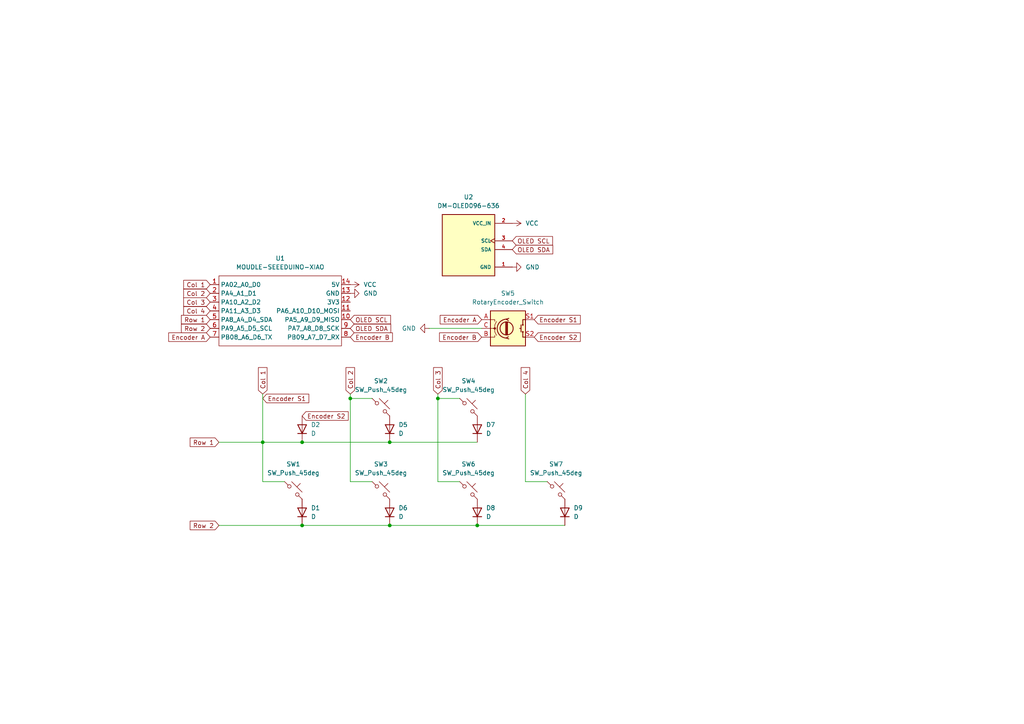
<source format=kicad_sch>
(kicad_sch (version 20231120) (generator "eeschema") (generator_version "8.0")
  (paper "A4")
  (lib_symbols
    (symbol "Device:D" (pin_numbers hide) (pin_names (offset 1.016) hide)
      (property "Reference" "D" (at 0 2.54 0))
      (property "Value" "D" (at 0 -2.54 0))
      (symbol "D_0_1"
        (polyline (pts (xy -1.27 1.27) (xy -1.27 -1.27)) (stroke (width 0.254)))
        (polyline (pts (xy 1.27 0) (xy -1.27 0)))
        (polyline (pts (xy 1.27 1.27) (xy 1.27 -1.27) (xy -1.27 0) (xy 1.27 1.27)) (stroke (width 0.254)))
      )
      (symbol "D_1_1"
        (pin passive line (at -3.81 0 0) (length 2.54) (name "K") (number "1"))
        (pin passive line (at 3.81 0 180) (length 2.54) (name "A") (number "2"))
      )
    )
    (symbol "Device:RotaryEncoder_Switch" (pin_names (offset 0.254) hide)
      (property "Reference" "SW" (at 0 6.604 0))
      (property "Value" "RotaryEncoder_Switch" (at 0 -6.604 0))
      (symbol "RotaryEncoder_Switch_0_1"
        (rectangle (start -5.08 5.08) (end 5.08 -5.08) (stroke (width 0.254)) (fill (type background)))
        (circle (center -3.81 0) (radius 0.254) (fill (type outline)))
        (circle (center -0.381 0) (radius 1.905) (stroke (width 0.254)))
        (arc (start -0.381 2.667) (mid -3.0988 -0.0635) (end -0.381 -2.794) (stroke (width 0.254)))
        (polyline (pts (xy -0.635 -1.778) (xy -0.635 1.778)) (stroke (width 0.254)))
        (polyline (pts (xy -0.381 -1.778) (xy -0.381 1.778)) (stroke (width 0.254)))
        (polyline (pts (xy -0.127 1.778) (xy -0.127 -1.778)) (stroke (width 0.254)))
        (polyline (pts (xy 3.81 0) (xy 3.429 0)) (stroke (width 0.254)))
        (polyline (pts (xy 3.81 1.016) (xy 3.81 -1.016)) (stroke (width 0.254)))
        (polyline (pts (xy -5.08 -2.54) (xy -3.81 -2.54) (xy -3.81 -2.032)))
        (polyline (pts (xy -5.08 2.54) (xy -3.81 2.54) (xy -3.81 2.032)))
        (polyline (pts (xy 0.254 -3.048) (xy -0.508 -2.794) (xy 0.127 -2.413)) (stroke (width 0.254)))
        (polyline (pts (xy 0.254 2.921) (xy -0.508 2.667) (xy 0.127 2.286)) (stroke (width 0.254)))
        (polyline (pts (xy 5.08 -2.54) (xy 4.318 -2.54) (xy 4.318 -1.016)) (stroke (width 0.254)))
        (polyline (pts (xy 5.08 2.54) (xy 4.318 2.54) (xy 4.318 1.016)) (stroke (width 0.254)))
        (polyline (pts (xy -5.08 0) (xy -3.81 0) (xy -3.81 -1.016) (xy -3.302 -2.032)))
        (polyline (pts (xy -4.318 0) (xy -3.81 0) (xy -3.81 1.016) (xy -3.302 2.032)))
        (circle (center 4.318 -1.016) (radius 0.127) (stroke (width 0.254)))
        (circle (center 4.318 1.016) (radius 0.127) (stroke (width 0.254)))
      )
      (symbol "RotaryEncoder_Switch_1_1"
        (pin passive line (at -7.62 2.54 0) (length 2.54) (name "A") (number "A"))
        (pin passive line (at -7.62 -2.54 0) (length 2.54) (name "B") (number "B"))
        (pin passive line (at -7.62 0 0) (length 2.54) (name "C") (number "C"))
        (pin passive line (at 7.62 2.54 180) (length 2.54) (name "S1") (number "S1"))
        (pin passive line (at 7.62 -2.54 180) (length 2.54) (name "S2") (number "S2"))
      )
    )
    (symbol "OLED-096:DM-OLED096-636" (pin_names (offset 1.016))
      (property "Reference" "U" (at -7.62 10.922 0))
      (property "Value" "DM-OLED096-636" (at -7.62 -10.16 0))
      (symbol "DM-OLED096-636_0_0"
        (rectangle (start -7.62 -7.62) (end 7.62 10.16) (stroke (width 0.254)) (fill (type background)))
        (pin power_in line (at 12.7 -5.08 180) (length 5.08) (name "GND") (number "1"))
        (pin power_in line (at 12.7 7.62 180) (length 5.08) (name "VCC_IN") (number "2"))
        (pin input clock (at 12.7 2.54 180) (length 5.08) (name "SCL") (number "3"))
        (pin bidirectional line (at 12.7 0 180) (length 5.08) (name "SDA") (number "4"))
      )
    )
    (symbol "Switch:SW_Push_45deg" (pin_numbers hide) (pin_names (offset 1.016) hide)
      (property "Reference" "SW" (at 3.048 1.016 0))
      (property "Value" "SW_Push_45deg" (at 0 -3.81 0))
      (symbol "SW_Push_45deg_0_1"
        (circle (center -1.1684 1.1684) (radius 0.508))
        (polyline (pts (xy -0.508 2.54) (xy 2.54 -0.508)))
        (polyline (pts (xy 1.016 1.016) (xy 2.032 2.032)))
        (polyline (pts (xy -2.54 2.54) (xy -1.524 1.524) (xy -1.524 1.524)))
        (polyline (pts (xy 1.524 -1.524) (xy 2.54 -2.54) (xy 2.54 -2.54) (xy 2.54 -2.54)))
        (circle (center 1.143 -1.1938) (radius 0.508))
        (pin passive line (at -2.54 2.54 0) (length 0) (name "1") (number "1"))
        (pin passive line (at 2.54 -2.54 180) (length 0) (name "2") (number "2"))
      )
    )
    (symbol "XIAO:MOUDLE-SEEEDUINO-XIAO"
      (property "Reference" "U" (at -16.51 11.43 0))
      (property "Value" "MOUDLE-SEEEDUINO-XIAO" (at -3.81 -11.43 0))
      (symbol "MOUDLE-SEEEDUINO-XIAO_0_1"
        (rectangle (start -16.51 10.16) (end 19.05 -10.16))
      )
      (symbol "MOUDLE-SEEEDUINO-XIAO_1_1"
        (pin passive line (at -19.05 7.62 0) (length 2.54) (name "PA02_A0_D0") (number "1"))
        (pin passive line (at 21.59 -2.54 180) (length 2.54) (name "PA5_A9_D9_MISO") (number "10"))
        (pin passive line (at 21.59 0 180) (length 2.54) (name "PA6_A10_D10_MOSI") (number "11"))
        (pin passive line (at 21.59 2.54 180) (length 2.54) (name "3V3") (number "12"))
        (pin passive line (at 21.59 5.08 180) (length 2.54) (name "GND") (number "13"))
        (pin passive line (at 21.59 7.62 180) (length 2.54) (name "5V") (number "14"))
        (pin passive line (at -19.05 5.08 0) (length 2.54) (name "PA4_A1_D1") (number "2"))
        (pin passive line (at -19.05 2.54 0) (length 2.54) (name "PA10_A2_D2") (number "3"))
        (pin passive line (at -19.05 0 0) (length 2.54) (name "PA11_A3_D3") (number "4"))
        (pin passive line (at -19.05 -2.54 0) (length 2.54) (name "PA8_A4_D4_SDA") (number "5"))
        (pin passive line (at -19.05 -5.08 0) (length 2.54) (name "PA9_A5_D5_SCL") (number "6"))
        (pin passive line (at -19.05 -7.62 0) (length 2.54) (name "PB08_A6_D6_TX") (number "7"))
        (pin passive line (at 21.59 -7.62 180) (length 2.54) (name "PB09_A7_D7_RX") (number "8"))
        (pin passive line (at 21.59 -5.08 180) (length 2.54) (name "PA7_A8_D8_SCK") (number "9"))
      )
    )
    (symbol "power:GND" (power) (pin_numbers hide) (pin_names (offset 0) hide)
      (property "Value" "GND" (at 0 -3.81 0))
      (symbol "GND_0_1"
        (polyline (pts (xy 0 0) (xy 0 -1.27) (xy 1.27 -1.27) (xy 0 -2.54) (xy -1.27 -1.27) (xy 0 -1.27)))
      )
      (symbol "GND_1_1"
        (pin power_in line (at 0 0 270) (length 0) (name "~") (number "1"))
      )
    )
    (symbol "power:VCC" (power) (pin_numbers hide) (pin_names (offset 0) hide)
      (property "Value" "VCC" (at 0 3.556 0))
      (symbol "VCC_0_1"
        (polyline (pts (xy -0.762 1.27) (xy 0 2.54)))
        (polyline (pts (xy 0 0) (xy 0 2.54)))
        (polyline (pts (xy 0 2.54) (xy 0.762 1.27)))
      )
      (symbol "VCC_1_1"
        (pin power_in line (at 0 0 90) (length 0) (name "~") (number "1"))
      )
    )
  )
  (junction (at 87.63 152.4))
  (junction (at 127 115.57))
  (junction (at 101.6 115.57))
  (junction (at 76.2 128.27))
  (junction (at 113.03 152.4))
  (junction (at 138.43 152.4))
  (junction (at 113.03 128.27))
  (junction (at 87.63 128.27))
  (wire (pts (xy 127 139.7) (xy 133.35 139.7)))
  (wire (pts (xy 124.46 95.25) (xy 139.7 95.25)))
  (wire (pts (xy 101.6 115.57) (xy 107.95 115.57)))
  (wire (pts (xy 87.63 152.4) (xy 113.03 152.4)))
  (wire (pts (xy 87.63 128.27) (xy 113.03 128.27)))
  (wire (pts (xy 152.4 139.7) (xy 158.75 139.7)))
  (wire (pts (xy 127 115.57) (xy 133.35 115.57)))
  (wire (pts (xy 76.2 128.27) (xy 76.2 139.7)))
  (wire (pts (xy 152.4 114.3) (xy 152.4 139.7)))
  (wire (pts (xy 138.43 152.4) (xy 163.83 152.4)))
  (wire (pts (xy 76.2 114.3) (xy 76.2 128.27)))
  (wire (pts (xy 127 115.57) (xy 127 139.7)))
  (wire (pts (xy 101.6 139.7) (xy 107.95 139.7)))
  (wire (pts (xy 113.03 128.27) (xy 138.43 128.27)))
  (wire (pts (xy 127 114.3) (xy 127 115.57)))
  (wire (pts (xy 113.03 152.4) (xy 138.43 152.4)))
  (wire (pts (xy 63.5 152.4) (xy 87.63 152.4)))
  (wire (pts (xy 63.5 128.27) (xy 76.2 128.27)))
  (wire (pts (xy 101.6 115.57) (xy 101.6 139.7)))
  (wire (pts (xy 101.6 114.3) (xy 101.6 115.57)))
  (wire (pts (xy 76.2 128.27) (xy 87.63 128.27)))
  (wire (pts (xy 76.2 139.7) (xy 82.55 139.7)))
  (global_label "OLED SDA" (shape input) (at 148.59 72.39 0) (property "Intersheetrefs" "${INTERSHEET_REFS}" (effects (hide yes))))
  (global_label "OLED SCL" (shape input) (at 101.6 92.71 0) (property "Intersheetrefs" "${INTERSHEET_REFS}" (effects (hide yes))))
  (global_label "Col 4" (shape input) (at 60.96 90.17 180) (property "Intersheetrefs" "${INTERSHEET_REFS}" (effects (hide yes))))
  (global_label "Col 3" (shape input) (at 127 114.3 90) (property "Intersheetrefs" "${INTERSHEET_REFS}" (effects (hide yes))))
  (global_label "OLED SDA" (shape input) (at 101.6 95.25 0) (property "Intersheetrefs" "${INTERSHEET_REFS}" (effects (hide yes))))
  (global_label "Encoder A" (shape input) (at 60.96 97.79 180) (property "Intersheetrefs" "${INTERSHEET_REFS}" (effects (hide yes))))
  (global_label "Col 2" (shape input) (at 101.6 114.3 90) (property "Intersheetrefs" "${INTERSHEET_REFS}" (effects (hide yes))))
  (global_label "Row 2" (shape input) (at 63.5 152.4 180) (property "Intersheetrefs" "${INTERSHEET_REFS}" (effects (hide yes))))
  (global_label "Encoder S2" (shape input) (at 87.63 120.65 0) (property "Intersheetrefs" "${INTERSHEET_REFS}" (effects (hide yes))))
  (global_label "Col 4" (shape input) (at 152.4 114.3 90) (property "Intersheetrefs" "${INTERSHEET_REFS}" (effects (hide yes))))
  (global_label "Encoder B" (shape input) (at 139.7 97.79 180) (property "Intersheetrefs" "${INTERSHEET_REFS}" (effects (hide yes))))
  (global_label "Col 3" (shape input) (at 60.96 87.63 180) (property "Intersheetrefs" "${INTERSHEET_REFS}" (effects (hide yes))))
  (global_label "OLED SCL" (shape input) (at 148.59 69.85 0) (property "Intersheetrefs" "${INTERSHEET_REFS}" (effects (hide yes))))
  (global_label "Row 2" (shape input) (at 60.96 95.25 180) (property "Intersheetrefs" "${INTERSHEET_REFS}" (effects (hide yes))))
  (global_label "Encoder B" (shape input) (at 101.6 97.79 0) (property "Intersheetrefs" "${INTERSHEET_REFS}" (effects (hide yes))))
  (global_label "Col 1" (shape input) (at 76.2 114.3 90) (property "Intersheetrefs" "${INTERSHEET_REFS}" (effects (hide yes))))
  (global_label "Encoder S1" (shape input) (at 154.94 92.71 0) (property "Intersheetrefs" "${INTERSHEET_REFS}" (effects (hide yes))))
  (global_label "Col 1" (shape input) (at 60.96 82.55 180) (property "Intersheetrefs" "${INTERSHEET_REFS}" (effects (hide yes))))
  (global_label "Row 1" (shape input) (at 63.5 128.27 180) (property "Intersheetrefs" "${INTERSHEET_REFS}" (effects (hide yes))))
  (global_label "Col 2" (shape input) (at 60.96 85.09 180) (property "Intersheetrefs" "${INTERSHEET_REFS}" (effects (hide yes))))
  (global_label "Encoder S2" (shape input) (at 154.94 97.79 0) (property "Intersheetrefs" "${INTERSHEET_REFS}" (effects (hide yes))))
  (global_label "Row 1" (shape input) (at 60.96 92.71 180) (property "Intersheetrefs" "${INTERSHEET_REFS}" (effects (hide yes))))
  (global_label "Encoder S1" (shape input) (at 76.2 115.57 0) (property "Intersheetrefs" "${INTERSHEET_REFS}" (effects (hide yes))))
  (global_label "Encoder A" (shape input) (at 139.7 92.71 180) (property "Intersheetrefs" "${INTERSHEET_REFS}" (effects (hide yes))))
  (symbol (lib_id "Device:D") (at 138.43 148.59 90) (unit 1)
    (property "Reference" "D8" (at 140.97 147.3199 90) (effects (justify right)))
    (property "Value" "D" (at 140.97 149.8599 90) (effects (justify right)))
    (property "Footprint" "UNNjbvGYPdAWwVqkcbAy:Diode_DO-35" (effects (hide yes)))
    (property "Description" "Diode" (effects (hide yes)))
    (property "Sim.Device" "D" (effects (hide yes)))
    (property "Sim.Pins" "1=K 2=A" (effects (hide yes)))
  )
  (symbol (lib_id "Switch:SW_Push_45deg") (at 135.89 118.11 0) (unit 1)
    (property "Reference" "SW4" (at 135.89 110.49 0))
    (property "Value" "SW_Push_45deg" (at 135.89 113.03 0))
    (property "Footprint" "UNNjbvGYPdAWwVqkcbAy:1U-Switch" (effects (hide yes)))
    (property "Description" "Push button switch, normally open, two pins, 45° tilted" (effects (hide yes)))
  )
  (symbol (lib_id "Device:RotaryEncoder_Switch") (at 147.32 95.25 0) (unit 1)
    (property "Reference" "SW5" (at 147.32 85.09 0))
    (property "Value" "RotaryEncoder_Switch" (at 147.32 87.63 0))
    (property "Footprint" "Rotary_Encoder:RotaryEncoder_Alps_EC11E-Switch_Vertical_H20mm" (effects (hide yes)))
    (property "Description" "Rotary encoder, dual channel, incremental quadrate outputs, with switch" (effects (hide yes)))
  )
  (symbol (lib_id "XIAO:MOUDLE-SEEEDUINO-XIAO") (at 80.01 90.17 0) (unit 1)
    (property "Reference" "U1" (at 81.28 74.93 0))
    (property "Value" "MOUDLE-SEEEDUINO-XIAO" (at 81.28 77.47 0))
    (property "Footprint" "UNNjbvGYPdAWwVqkcbAy:XIAO" (effects (hide yes)))
  )
  (symbol (lib_id "Device:D") (at 113.03 148.59 90) (unit 1)
    (property "Reference" "D6" (at 115.57 147.3199 90) (effects (justify right)))
    (property "Value" "D" (at 115.57 149.8599 90) (effects (justify right)))
    (property "Footprint" "UNNjbvGYPdAWwVqkcbAy:Diode_DO-35" (effects (hide yes)))
    (property "Description" "Diode" (effects (hide yes)))
    (property "Sim.Device" "D" (effects (hide yes)))
    (property "Sim.Pins" "1=K 2=A" (effects (hide yes)))
  )
  (symbol (lib_id "power:VCC") (at 148.59 64.77 270) (unit 1)
    (property "Reference" "#PWR02" (effects (hide yes)))
    (property "Value" "VCC" (at 152.4 64.7699 90) (effects (justify left)))
    (property "Description" "Power symbol creates a global label with name \"VCC\"" (effects (hide yes)))
  )
  (symbol (lib_id "power:GND") (at 148.59 77.47 90) (unit 1)
    (property "Reference" "#PWR01" (effects (hide yes)))
    (property "Value" "GND" (at 152.4 77.4699 90) (effects (justify right)))
    (property "Description" "Power symbol creates a global label with name \"GND\" , ground" (effects (hide yes)))
  )
  (symbol (lib_id "power:GND") (at 124.46 95.25 270) (unit 1)
    (property "Reference" "#PWR03" (effects (hide yes)))
    (property "Value" "GND" (at 120.65 95.2499 90) (effects (justify right)))
    (property "Description" "Power symbol creates a global label with name \"GND\" , ground" (effects (hide yes)))
  )
  (symbol (lib_id "power:GND") (at 101.6 85.09 90) (unit 1)
    (property "Reference" "#PWR05" (effects (hide yes)))
    (property "Value" "GND" (at 105.41 85.0899 90) (effects (justify right)))
    (property "Description" "Power symbol creates a global label with name \"GND\" , ground" (effects (hide yes)))
  )
  (symbol (lib_id "Device:D") (at 87.63 148.59 90) (unit 1)
    (property "Reference" "D1" (at 90.17 147.3199 90) (effects (justify right)))
    (property "Value" "D" (at 90.17 149.8599 90) (effects (justify right)))
    (property "Footprint" "UNNjbvGYPdAWwVqkcbAy:Diode_DO-35" (effects (hide yes)))
    (property "Description" "Diode" (effects (hide yes)))
    (property "Sim.Device" "D" (effects (hide yes)))
    (property "Sim.Pins" "1=K 2=A" (effects (hide yes)))
  )
  (symbol (lib_id "Device:D") (at 163.83 148.59 90) (unit 1)
    (property "Reference" "D9" (at 166.37 147.3199 90) (effects (justify right)))
    (property "Value" "D" (at 166.37 149.8599 90) (effects (justify right)))
    (property "Footprint" "UNNjbvGYPdAWwVqkcbAy:Diode_DO-35" (effects (hide yes)))
    (property "Description" "Diode" (effects (hide yes)))
    (property "Sim.Device" "D" (effects (hide yes)))
    (property "Sim.Pins" "1=K 2=A" (effects (hide yes)))
  )
  (symbol (lib_id "power:VCC") (at 101.6 82.55 270) (unit 1)
    (property "Reference" "#PWR04" (effects (hide yes)))
    (property "Value" "VCC" (at 105.41 82.5499 90) (effects (justify left)))
    (property "Description" "Power symbol creates a global label with name \"VCC\"" (effects (hide yes)))
  )
  (symbol (lib_id "Switch:SW_Push_45deg") (at 110.49 118.11 0) (unit 1)
    (property "Reference" "SW2" (at 110.49 110.49 0))
    (property "Value" "SW_Push_45deg" (at 110.49 113.03 0))
    (property "Footprint" "UNNjbvGYPdAWwVqkcbAy:1U-Switch" (effects (hide yes)))
    (property "Description" "Push button switch, normally open, two pins, 45° tilted" (effects (hide yes)))
  )
  (symbol (lib_id "Switch:SW_Push_45deg") (at 85.09 142.24 0) (unit 1)
    (property "Reference" "SW1" (at 85.09 134.62 0))
    (property "Value" "SW_Push_45deg" (at 85.09 137.16 0))
    (property "Footprint" "UNNjbvGYPdAWwVqkcbAy:1U-Switch" (effects (hide yes)))
    (property "Description" "Push button switch, normally open, two pins, 45° tilted" (effects (hide yes)))
  )
  (symbol (lib_id "OLED-096:DM-OLED096-636") (at 135.89 72.39 0) (unit 1)
    (property "Reference" "U2" (at 135.89 57.15 0))
    (property "Value" "DM-OLED096-636" (at 135.89 59.69 0))
    (property "Footprint" "UNNjbvGYPdAWwVqkcbAy:SSD1306-0.91-OLED-4pin-128x32" (effects (hide yes)))
    (property "MF" "Display Module" (effects (hide yes)))
    (property "MAXIMUM_PACKAGE_HEIGHT" "11.3 mm" (effects (hide yes)))
    (property "Package" "Package" (effects (hide yes)))
    (property "Price" "None" (effects (hide yes)))
    (property "Check_prices" "https://www.snapeda.com/parts/DM-OLED096-636/Display+Module/view-part/?ref=eda" (effects (hide yes)))
    (property "STANDARD" "Manufacturer Recommendations" (effects (hide yes)))
    (property "PARTREV" "2018-09-10" (effects (hide yes)))
    (property "SnapEDA_Link" "https://www.snapeda.com/parts/DM-OLED096-636/Display+Module/view-part/?ref=snap" (effects (hide yes)))
    (property "MP" "DM-OLED096-636" (effects (hide yes)))
    (property "Description_1" "\n0.96” 128 X 64 MONOCHROME GRAPHIC OLED DISPLAY MODULE - I2C\n" (effects (hide yes)))
    (property "Availability" "Not in stock" (effects (hide yes)))
    (property "MANUFACTURER" "Displaymodule" (effects (hide yes)))
  )
  (symbol (lib_id "Device:D") (at 87.63 124.46 90) (unit 1)
    (property "Reference" "D2" (at 90.17 123.1899 90) (effects (justify right)))
    (property "Value" "D" (at 90.17 125.7299 90) (effects (justify right)))
    (property "Footprint" "UNNjbvGYPdAWwVqkcbAy:Diode_DO-35" (effects (hide yes)))
    (property "Description" "Diode" (effects (hide yes)))
    (property "Sim.Device" "D" (effects (hide yes)))
    (property "Sim.Pins" "1=K 2=A" (effects (hide yes)))
  )
  (symbol (lib_id "Device:D") (at 138.43 124.46 90) (unit 1)
    (property "Reference" "D7" (at 140.97 123.1899 90) (effects (justify right)))
    (property "Value" "D" (at 140.97 125.7299 90) (effects (justify right)))
    (property "Footprint" "UNNjbvGYPdAWwVqkcbAy:Diode_DO-35" (effects (hide yes)))
    (property "Description" "Diode" (effects (hide yes)))
    (property "Sim.Device" "D" (effects (hide yes)))
    (property "Sim.Pins" "1=K 2=A" (effects (hide yes)))
  )
  (symbol (lib_id "Switch:SW_Push_45deg") (at 135.89 142.24 0) (unit 1)
    (property "Reference" "SW6" (at 135.89 134.62 0))
    (property "Value" "SW_Push_45deg" (at 135.89 137.16 0))
    (property "Footprint" "UNNjbvGYPdAWwVqkcbAy:1U-Switch" (effects (hide yes)))
    (property "Description" "Push button switch, normally open, two pins, 45° tilted" (effects (hide yes)))
  )
  (symbol (lib_id "Switch:SW_Push_45deg") (at 161.29 142.24 0) (unit 1)
    (property "Reference" "SW7" (at 161.29 134.62 0))
    (property "Value" "SW_Push_45deg" (at 161.29 137.16 0))
    (property "Footprint" "UNNjbvGYPdAWwVqkcbAy:1U-Switch" (effects (hide yes)))
    (property "Description" "Push button switch, normally open, two pins, 45° tilted" (effects (hide yes)))
  )
  (symbol (lib_id "Device:D") (at 113.03 124.46 90) (unit 1)
    (property "Reference" "D5" (at 115.57 123.1899 90) (effects (justify right)))
    (property "Value" "D" (at 115.57 125.7299 90) (effects (justify right)))
    (property "Footprint" "UNNjbvGYPdAWwVqkcbAy:Diode_DO-35" (effects (hide yes)))
    (property "Description" "Diode" (effects (hide yes)))
    (property "Sim.Device" "D" (effects (hide yes)))
    (property "Sim.Pins" "1=K 2=A" (effects (hide yes)))
  )
  (symbol (lib_id "Switch:SW_Push_45deg") (at 110.49 142.24 0) (unit 1)
    (property "Reference" "SW3" (at 110.49 134.62 0))
    (property "Value" "SW_Push_45deg" (at 110.49 137.16 0))
    (property "Footprint" "UNNjbvGYPdAWwVqkcbAy:1U-Switch" (effects (hide yes)))
    (property "Description" "Push button switch, normally open, two pins, 45° tilted" (effects (hide yes)))
  )
)
</source>
